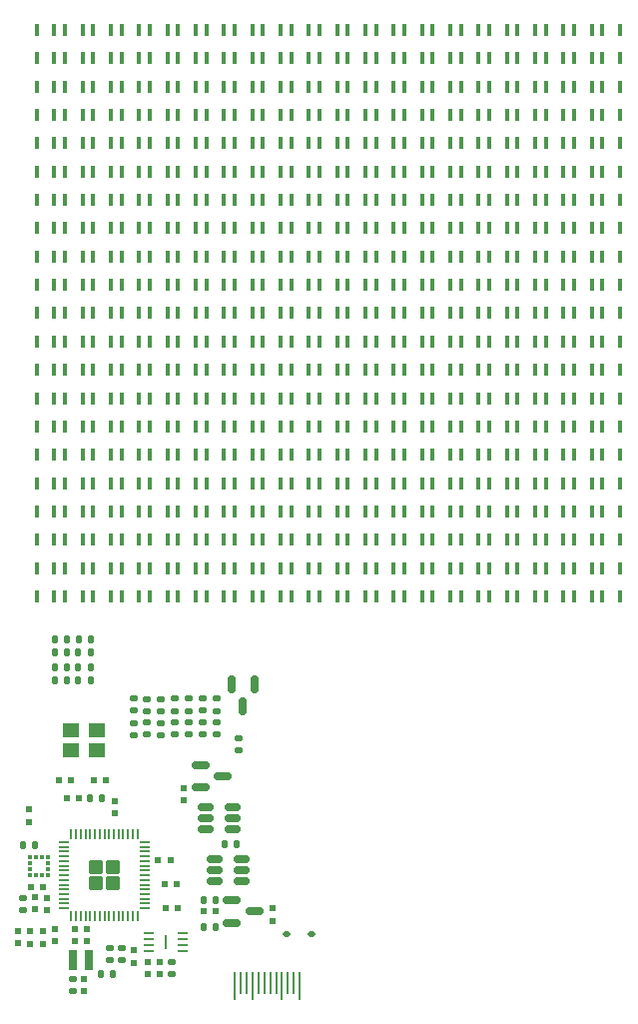
<source format=gbr>
G04 #@! TF.GenerationSoftware,KiCad,Pcbnew,8.0.7*
G04 #@! TF.CreationDate,2025-08-10T23:19:55-04:00*
G04 #@! TF.ProjectId,RP2350_60QFN_minimal,52503233-3530-45f3-9630-51464e5f6d69,REV3*
G04 #@! TF.SameCoordinates,Original*
G04 #@! TF.FileFunction,Paste,Top*
G04 #@! TF.FilePolarity,Positive*
%FSLAX46Y46*%
G04 Gerber Fmt 4.6, Leading zero omitted, Abs format (unit mm)*
G04 Created by KiCad (PCBNEW 8.0.7) date 2025-08-10 23:19:55*
%MOMM*%
%LPD*%
G01*
G04 APERTURE LIST*
G04 Aperture macros list*
%AMRoundRect*
0 Rectangle with rounded corners*
0 $1 Rounding radius*
0 $2 $3 $4 $5 $6 $7 $8 $9 X,Y pos of 4 corners*
0 Add a 4 corners polygon primitive as box body*
4,1,4,$2,$3,$4,$5,$6,$7,$8,$9,$2,$3,0*
0 Add four circle primitives for the rounded corners*
1,1,$1+$1,$2,$3*
1,1,$1+$1,$4,$5*
1,1,$1+$1,$6,$7*
1,1,$1+$1,$8,$9*
0 Add four rect primitives between the rounded corners*
20,1,$1+$1,$2,$3,$4,$5,0*
20,1,$1+$1,$4,$5,$6,$7,0*
20,1,$1+$1,$6,$7,$8,$9,0*
20,1,$1+$1,$8,$9,$2,$3,0*%
%AMFreePoly0*
4,1,18,-0.437500,0.050000,-0.433694,0.069134,-0.422855,0.085355,-0.406634,0.096194,-0.387500,0.100000,0.387500,0.100000,0.437500,0.050000,0.437500,-0.050000,0.433694,-0.069134,0.422855,-0.085355,0.406634,-0.096194,0.387500,-0.100000,-0.387500,-0.100000,-0.406634,-0.096194,-0.422855,-0.085355,-0.433694,-0.069134,-0.437500,-0.050000,-0.437500,0.050000,-0.437500,0.050000,$1*%
%AMFreePoly1*
4,1,18,-0.437500,0.050000,-0.433694,0.069134,-0.422855,0.085355,-0.406634,0.096194,-0.387500,0.100000,0.387500,0.100000,0.406634,0.096194,0.422855,0.085355,0.433694,0.069134,0.437500,0.050000,0.437500,-0.050000,0.387500,-0.100000,-0.387500,-0.100000,-0.406634,-0.096194,-0.422855,-0.085355,-0.433694,-0.069134,-0.437500,-0.050000,-0.437500,0.050000,-0.437500,0.050000,$1*%
%AMFreePoly2*
4,1,18,-0.100000,0.387500,-0.050000,0.437500,0.050000,0.437500,0.069134,0.433694,0.085355,0.422855,0.096194,0.406634,0.100000,0.387500,0.100000,-0.387500,0.096194,-0.406634,0.085355,-0.422855,0.069134,-0.433694,0.050000,-0.437500,-0.050000,-0.437500,-0.069134,-0.433694,-0.085355,-0.422855,-0.096194,-0.406634,-0.100000,-0.387500,-0.100000,0.387500,-0.100000,0.387500,$1*%
%AMFreePoly3*
4,1,18,-0.100000,0.387500,-0.096194,0.406634,-0.085355,0.422855,-0.069134,0.433694,-0.050000,0.437500,0.050000,0.437500,0.100000,0.387500,0.100000,-0.387500,0.096194,-0.406634,0.085355,-0.422855,0.069134,-0.433694,0.050000,-0.437500,-0.050000,-0.437500,-0.069134,-0.433694,-0.085355,-0.422855,-0.096194,-0.406634,-0.100000,-0.387500,-0.100000,0.387500,-0.100000,0.387500,$1*%
%AMFreePoly4*
4,1,18,-0.437500,0.050000,-0.433694,0.069134,-0.422855,0.085355,-0.406634,0.096194,-0.387500,0.100000,0.387500,0.100000,0.406634,0.096194,0.422855,0.085355,0.433694,0.069134,0.437500,0.050000,0.437500,-0.050000,0.433694,-0.069134,0.422855,-0.085355,0.406634,-0.096194,0.387500,-0.100000,-0.387500,-0.100000,-0.437500,-0.050000,-0.437500,0.050000,-0.437500,0.050000,$1*%
%AMFreePoly5*
4,1,18,-0.437500,0.050000,-0.387500,0.100000,0.387500,0.100000,0.406634,0.096194,0.422855,0.085355,0.433694,0.069134,0.437500,0.050000,0.437500,-0.050000,0.433694,-0.069134,0.422855,-0.085355,0.406634,-0.096194,0.387500,-0.100000,-0.387500,-0.100000,-0.406634,-0.096194,-0.422855,-0.085355,-0.433694,-0.069134,-0.437500,-0.050000,-0.437500,0.050000,-0.437500,0.050000,$1*%
%AMFreePoly6*
4,1,18,-0.100000,0.387500,-0.096194,0.406634,-0.085355,0.422855,-0.069134,0.433694,-0.050000,0.437500,0.050000,0.437500,0.069134,0.433694,0.085355,0.422855,0.096194,0.406634,0.100000,0.387500,0.100000,-0.387500,0.050000,-0.437500,-0.050000,-0.437500,-0.069134,-0.433694,-0.085355,-0.422855,-0.096194,-0.406634,-0.100000,-0.387500,-0.100000,0.387500,-0.100000,0.387500,$1*%
%AMFreePoly7*
4,1,18,-0.100000,0.387500,-0.096194,0.406634,-0.085355,0.422855,-0.069134,0.433694,-0.050000,0.437500,0.050000,0.437500,0.069134,0.433694,0.085355,0.422855,0.096194,0.406634,0.100000,0.387500,0.100000,-0.387500,0.096194,-0.406634,0.085355,-0.422855,0.069134,-0.433694,0.050000,-0.437500,-0.050000,-0.437500,-0.100000,-0.387500,-0.100000,0.387500,-0.100000,0.387500,$1*%
G04 Aperture macros list end*
%ADD10R,0.470000X0.530000*%
%ADD11RoundRect,0.062500X0.062500X1.087500X-0.062500X1.087500X-0.062500X-1.087500X0.062500X-1.087500X0*%
%ADD12RoundRect,0.062500X0.062500X0.837500X-0.062500X0.837500X-0.062500X-0.837500X0.062500X-0.837500X0*%
%ADD13RoundRect,0.062500X-0.062500X-0.837500X0.062500X-0.837500X0.062500X0.837500X-0.062500X0.837500X0*%
%ADD14RoundRect,0.062500X-0.062500X-1.087500X0.062500X-1.087500X0.062500X1.087500X-0.062500X1.087500X0*%
%ADD15R,0.530000X0.470000*%
%ADD16RoundRect,0.150000X-0.587500X-0.150000X0.587500X-0.150000X0.587500X0.150000X-0.587500X0.150000X0*%
%ADD17RoundRect,0.040000X0.040000X0.605000X-0.040000X0.605000X-0.040000X-0.605000X0.040000X-0.605000X0*%
%ADD18RoundRect,0.062500X0.387500X0.062500X-0.387500X0.062500X-0.387500X-0.062500X0.387500X-0.062500X0*%
%ADD19RoundRect,0.135000X0.185000X-0.135000X0.185000X0.135000X-0.185000X0.135000X-0.185000X-0.135000X0*%
%ADD20RoundRect,0.100000X-0.100000X-0.400000X0.100000X-0.400000X0.100000X0.400000X-0.100000X0.400000X0*%
%ADD21RoundRect,0.135000X-0.185000X0.135000X-0.185000X-0.135000X0.185000X-0.135000X0.185000X0.135000X0*%
%ADD22R,0.350000X0.375000*%
%ADD23R,0.375000X0.350000*%
%ADD24RoundRect,0.135000X0.135000X0.185000X-0.135000X0.185000X-0.135000X-0.185000X0.135000X-0.185000X0*%
%ADD25RoundRect,0.112500X-0.187500X-0.112500X0.187500X-0.112500X0.187500X0.112500X-0.187500X0.112500X0*%
%ADD26RoundRect,0.150000X0.512500X0.150000X-0.512500X0.150000X-0.512500X-0.150000X0.512500X-0.150000X0*%
%ADD27R,1.400000X1.200000*%
%ADD28R,0.700000X1.700000*%
%ADD29RoundRect,0.150000X-0.150000X0.587500X-0.150000X-0.587500X0.150000X-0.587500X0.150000X0.587500X0*%
%ADD30RoundRect,0.250000X0.350000X0.350000X-0.350000X0.350000X-0.350000X-0.350000X0.350000X-0.350000X0*%
%ADD31FreePoly0,180.000000*%
%ADD32RoundRect,0.050000X0.387500X0.050000X-0.387500X0.050000X-0.387500X-0.050000X0.387500X-0.050000X0*%
%ADD33FreePoly1,180.000000*%
%ADD34FreePoly2,180.000000*%
%ADD35RoundRect,0.050000X0.050000X0.387500X-0.050000X0.387500X-0.050000X-0.387500X0.050000X-0.387500X0*%
%ADD36FreePoly3,180.000000*%
%ADD37FreePoly4,180.000000*%
%ADD38FreePoly5,180.000000*%
%ADD39FreePoly6,180.000000*%
%ADD40FreePoly7,180.000000*%
%ADD41RoundRect,0.135000X-0.135000X-0.185000X0.135000X-0.185000X0.135000X0.185000X-0.135000X0.185000X0*%
G04 APERTURE END LIST*
D10*
X16400000Y-77700000D03*
X17430000Y-77700000D03*
D11*
X19065000Y-84015000D03*
D12*
X19565000Y-83790000D03*
X20065000Y-83790000D03*
D11*
X20565000Y-84015000D03*
D12*
X21065000Y-83790000D03*
X21565000Y-83790000D03*
D13*
X22065000Y-83790000D03*
X22565000Y-83790000D03*
D14*
X23065000Y-84015000D03*
D13*
X23565000Y-83790000D03*
X24065000Y-83790000D03*
D14*
X24565000Y-84015000D03*
D10*
X12555000Y-73375000D03*
X13585000Y-73375000D03*
D15*
X12700000Y-81970000D03*
X12700000Y-83000000D03*
D16*
X18825000Y-76750000D03*
X18825000Y-78650000D03*
X20700000Y-77700000D03*
D17*
X13175000Y-80300000D03*
D18*
X14600000Y-81050000D03*
X14600000Y-80550000D03*
X14600000Y-80050000D03*
X14600000Y-79550000D03*
X11750000Y-79550000D03*
X11750000Y-80050000D03*
X11750000Y-80550000D03*
X11750000Y-81050000D03*
D15*
X10500000Y-81000000D03*
X10500000Y-82030000D03*
X1700000Y-79400000D03*
X1700000Y-80430000D03*
X1600000Y-70100000D03*
X1600000Y-69070000D03*
D19*
X9500000Y-81820000D03*
X9500000Y-80800000D03*
D15*
X6300000Y-84415000D03*
X6300000Y-83385000D03*
D10*
X13200000Y-77400000D03*
X14230000Y-77400000D03*
D19*
X8500000Y-81820000D03*
X8500000Y-80800000D03*
D15*
X2800000Y-79400000D03*
X2800000Y-80430000D03*
X11700000Y-82000000D03*
X11700000Y-83030000D03*
D20*
X16640000Y-46190000D03*
X18140000Y-46190000D03*
D10*
X6515000Y-80175000D03*
X5485000Y-80175000D03*
D20*
X43040000Y-46190000D03*
X44540000Y-46190000D03*
X21440000Y-38990000D03*
X22940000Y-38990000D03*
X7040000Y-36590000D03*
X8540000Y-36590000D03*
X47840000Y-17390000D03*
X49340000Y-17390000D03*
X7040000Y-24590000D03*
X8540000Y-24590000D03*
X28640000Y-41390000D03*
X30140000Y-41390000D03*
X7040000Y-41390000D03*
X8540000Y-41390000D03*
X35840000Y-12590000D03*
X37340000Y-12590000D03*
X26240000Y-31790000D03*
X27740000Y-31790000D03*
X35840000Y-31790000D03*
X37340000Y-31790000D03*
X45440000Y-41390000D03*
X46940000Y-41390000D03*
X4640000Y-22190000D03*
X6140000Y-22190000D03*
X4640000Y-41390000D03*
X6140000Y-41390000D03*
X2240000Y-24590000D03*
X3740000Y-24590000D03*
D15*
X3800000Y-80190000D03*
X3800000Y-79160000D03*
D20*
X35840000Y-7790000D03*
X37340000Y-7790000D03*
X14240000Y-2990000D03*
X15740000Y-2990000D03*
X40640000Y-14990000D03*
X42140000Y-14990000D03*
X26240000Y-50990000D03*
X27740000Y-50990000D03*
X14240000Y-48590000D03*
X15740000Y-48590000D03*
X50240000Y-26990000D03*
X51740000Y-26990000D03*
X28640000Y-26990000D03*
X30140000Y-26990000D03*
X21440000Y-5390000D03*
X22940000Y-5390000D03*
D21*
X13990000Y-61645000D03*
X13990000Y-62665000D03*
D20*
X45440000Y-24590000D03*
X46940000Y-24590000D03*
X14240000Y-19790000D03*
X15740000Y-19790000D03*
X47840000Y-5390000D03*
X49340000Y-5390000D03*
X4640000Y-36590000D03*
X6140000Y-36590000D03*
X2240000Y-34190000D03*
X3740000Y-34190000D03*
X45440000Y-2990000D03*
X46940000Y-2990000D03*
X28640000Y-36590000D03*
X30140000Y-36590000D03*
X40640000Y-24590000D03*
X42140000Y-24590000D03*
D22*
X3206250Y-73125000D03*
X2706250Y-73125000D03*
X2206250Y-73125000D03*
X1706250Y-73125000D03*
D23*
X1693750Y-73637500D03*
X1693750Y-74137500D03*
D22*
X1706250Y-74650000D03*
X2206250Y-74650000D03*
X2706250Y-74650000D03*
X3206250Y-74650000D03*
D23*
X3218750Y-74137500D03*
X3218750Y-73637500D03*
D20*
X40640000Y-22190000D03*
X42140000Y-22190000D03*
X4640000Y-24590000D03*
X6140000Y-24590000D03*
X45440000Y-38990000D03*
X46940000Y-38990000D03*
X45440000Y-46190000D03*
X46940000Y-46190000D03*
X9440000Y-29390000D03*
X10940000Y-29390000D03*
X14240000Y-34190000D03*
X15740000Y-34190000D03*
X7040000Y-19790000D03*
X8540000Y-19790000D03*
X38240000Y-10190000D03*
X39740000Y-10190000D03*
X33440000Y-26990000D03*
X34940000Y-26990000D03*
X31040000Y-31790000D03*
X32540000Y-31790000D03*
D21*
X11615000Y-59695000D03*
X11615000Y-60715000D03*
D20*
X50240000Y-50990000D03*
X51740000Y-50990000D03*
X19040000Y-43790000D03*
X20540000Y-43790000D03*
X23840000Y-24590000D03*
X25340000Y-24590000D03*
X40640000Y-36590000D03*
X42140000Y-36590000D03*
X45440000Y-17390000D03*
X46940000Y-17390000D03*
X38240000Y-12590000D03*
X39740000Y-12590000D03*
X50240000Y-29390000D03*
X51740000Y-29390000D03*
X35840000Y-46190000D03*
X37340000Y-46190000D03*
X40640000Y-10190000D03*
X42140000Y-10190000D03*
X11840000Y-46190000D03*
X13340000Y-46190000D03*
X26240000Y-17390000D03*
X27740000Y-17390000D03*
X28640000Y-2990000D03*
X30140000Y-2990000D03*
X43040000Y-31790000D03*
X44540000Y-31790000D03*
X19040000Y-14990000D03*
X20540000Y-14990000D03*
X47840000Y-41390000D03*
X49340000Y-41390000D03*
X47840000Y-10190000D03*
X49340000Y-10190000D03*
X50240000Y-17390000D03*
X51740000Y-17390000D03*
X47840000Y-2990000D03*
X49340000Y-2990000D03*
X47840000Y-12590000D03*
X49340000Y-12590000D03*
X21440000Y-41390000D03*
X22940000Y-41390000D03*
X45440000Y-14990000D03*
X46940000Y-14990000D03*
X43040000Y-41390000D03*
X44540000Y-41390000D03*
X26240000Y-26990000D03*
X27740000Y-26990000D03*
X50240000Y-19790000D03*
X51740000Y-19790000D03*
X33440000Y-48590000D03*
X34940000Y-48590000D03*
X4640000Y-29390000D03*
X6140000Y-29390000D03*
X19040000Y-26990000D03*
X20540000Y-26990000D03*
X21440000Y-22190000D03*
X22940000Y-22190000D03*
X19040000Y-19790000D03*
X20540000Y-19790000D03*
X16640000Y-5390000D03*
X18140000Y-5390000D03*
X43040000Y-7790000D03*
X44540000Y-7790000D03*
D24*
X4800000Y-54640000D03*
X3780000Y-54640000D03*
D20*
X40640000Y-19790000D03*
X42140000Y-19790000D03*
D21*
X11615000Y-61695000D03*
X11615000Y-62715000D03*
D20*
X4640000Y-17390000D03*
X6140000Y-17390000D03*
X33440000Y-22190000D03*
X34940000Y-22190000D03*
X28640000Y-17390000D03*
X30140000Y-17390000D03*
X33440000Y-14990000D03*
X34940000Y-14990000D03*
X26240000Y-38990000D03*
X27740000Y-38990000D03*
X11840000Y-41390000D03*
X13340000Y-41390000D03*
X38240000Y-7790000D03*
X39740000Y-7790000D03*
X2240000Y-19790000D03*
X3740000Y-19790000D03*
X40640000Y-50990000D03*
X42140000Y-50990000D03*
X9440000Y-34190000D03*
X10940000Y-34190000D03*
X47840000Y-31790000D03*
X49340000Y-31790000D03*
X23840000Y-31790000D03*
X25340000Y-31790000D03*
D21*
X10490000Y-61715000D03*
X10490000Y-62735000D03*
D20*
X11840000Y-19790000D03*
X13340000Y-19790000D03*
X35840000Y-2990000D03*
X37340000Y-2990000D03*
X16640000Y-2990000D03*
X18140000Y-2990000D03*
X21440000Y-29390000D03*
X22940000Y-29390000D03*
X43040000Y-17390000D03*
X44540000Y-17390000D03*
X26240000Y-29390000D03*
X27740000Y-29390000D03*
X2240000Y-12590000D03*
X3740000Y-12590000D03*
X43040000Y-29390000D03*
X44540000Y-29390000D03*
D10*
X1770000Y-75600000D03*
X2800000Y-75600000D03*
D20*
X19040000Y-38990000D03*
X20540000Y-38990000D03*
X50240000Y-14990000D03*
X51740000Y-14990000D03*
X7040000Y-22190000D03*
X8540000Y-22190000D03*
X4640000Y-31790000D03*
X6140000Y-31790000D03*
X38240000Y-36590000D03*
X39740000Y-36590000D03*
X14240000Y-38990000D03*
X15740000Y-38990000D03*
X23840000Y-2990000D03*
X25340000Y-2990000D03*
X45440000Y-31790000D03*
X46940000Y-31790000D03*
X50240000Y-31790000D03*
X51740000Y-31790000D03*
D21*
X10490000Y-59645000D03*
X10490000Y-60665000D03*
D20*
X23840000Y-34190000D03*
X25340000Y-34190000D03*
X33440000Y-50990000D03*
X34940000Y-50990000D03*
X28640000Y-29390000D03*
X30140000Y-29390000D03*
X19040000Y-36590000D03*
X20540000Y-36590000D03*
X21440000Y-14990000D03*
X22940000Y-14990000D03*
X21440000Y-46190000D03*
X22940000Y-46190000D03*
X26240000Y-5390000D03*
X27740000Y-5390000D03*
X2240000Y-38990000D03*
X3740000Y-38990000D03*
X38240000Y-31790000D03*
X39740000Y-31790000D03*
X28640000Y-50990000D03*
X30140000Y-50990000D03*
X16640000Y-7790000D03*
X18140000Y-7790000D03*
X28640000Y-14990000D03*
X30140000Y-14990000D03*
D24*
X4815000Y-55765000D03*
X3795000Y-55765000D03*
D20*
X47840000Y-7790000D03*
X49340000Y-7790000D03*
X47840000Y-34190000D03*
X49340000Y-34190000D03*
X33440000Y-5390000D03*
X34940000Y-5390000D03*
X45440000Y-10190000D03*
X46940000Y-10190000D03*
X23840000Y-41390000D03*
X25340000Y-41390000D03*
X9440000Y-31790000D03*
X10940000Y-31790000D03*
D21*
X12815000Y-59695000D03*
X12815000Y-60715000D03*
D20*
X9440000Y-48590000D03*
X10940000Y-48590000D03*
X33440000Y-41390000D03*
X34940000Y-41390000D03*
D19*
X5300000Y-84410000D03*
X5300000Y-83390000D03*
D25*
X23430000Y-79640000D03*
X25530000Y-79640000D03*
D20*
X47840000Y-29390000D03*
X49340000Y-29390000D03*
D21*
X16340000Y-59665000D03*
X16340000Y-60685000D03*
D20*
X33440000Y-46190000D03*
X34940000Y-46190000D03*
X33440000Y-38990000D03*
X34940000Y-38990000D03*
X31040000Y-19790000D03*
X32540000Y-19790000D03*
X50240000Y-46190000D03*
X51740000Y-46190000D03*
X50240000Y-10190000D03*
X51740000Y-10190000D03*
D26*
X18900000Y-70750000D03*
X18900000Y-69800000D03*
X18900000Y-68850000D03*
X16625000Y-68850000D03*
X16625000Y-69800000D03*
X16625000Y-70750000D03*
D20*
X7040000Y-17390000D03*
X8540000Y-17390000D03*
X43040000Y-2990000D03*
X44540000Y-2990000D03*
X2240000Y-10190000D03*
X3740000Y-10190000D03*
X19040000Y-50990000D03*
X20540000Y-50990000D03*
X16640000Y-17390000D03*
X18140000Y-17390000D03*
D24*
X19200000Y-72000000D03*
X18180000Y-72000000D03*
D20*
X2240000Y-17390000D03*
X3740000Y-17390000D03*
X31040000Y-29390000D03*
X32540000Y-29390000D03*
X35840000Y-10190000D03*
X37340000Y-10190000D03*
X35840000Y-48590000D03*
X37340000Y-48590000D03*
X4640000Y-7790000D03*
X6140000Y-7790000D03*
D27*
X7345000Y-62300000D03*
X5145000Y-62300000D03*
X5145000Y-64000000D03*
X7345000Y-64000000D03*
D20*
X40640000Y-48590000D03*
X42140000Y-48590000D03*
X2240000Y-14990000D03*
X3740000Y-14990000D03*
X28640000Y-34190000D03*
X30140000Y-34190000D03*
X21440000Y-7790000D03*
X22940000Y-7790000D03*
X31040000Y-10190000D03*
X32540000Y-10190000D03*
D24*
X2100000Y-72100000D03*
X1080000Y-72100000D03*
D20*
X43040000Y-14990000D03*
X44540000Y-14990000D03*
X11840000Y-34190000D03*
X13340000Y-34190000D03*
X26240000Y-43790000D03*
X27740000Y-43790000D03*
X45440000Y-12590000D03*
X46940000Y-12590000D03*
X40640000Y-17390000D03*
X42140000Y-17390000D03*
X35840000Y-29390000D03*
X37340000Y-29390000D03*
X45440000Y-26990000D03*
X46940000Y-26990000D03*
X21440000Y-19790000D03*
X22940000Y-19790000D03*
X47840000Y-24590000D03*
X49340000Y-24590000D03*
X38240000Y-43790000D03*
X39740000Y-43790000D03*
D24*
X6810000Y-55765000D03*
X5790000Y-55765000D03*
D20*
X2240000Y-7790000D03*
X3740000Y-7790000D03*
X38240000Y-50990000D03*
X39740000Y-50990000D03*
X16640000Y-41390000D03*
X18140000Y-41390000D03*
X26240000Y-34190000D03*
X27740000Y-34190000D03*
X40640000Y-7790000D03*
X42140000Y-7790000D03*
X35840000Y-17390000D03*
X37340000Y-17390000D03*
X47840000Y-36590000D03*
X49340000Y-36590000D03*
X47840000Y-46190000D03*
X49340000Y-46190000D03*
X47840000Y-50990000D03*
X49340000Y-50990000D03*
X7040000Y-34190000D03*
X8540000Y-34190000D03*
X4640000Y-46190000D03*
X6140000Y-46190000D03*
X26240000Y-10190000D03*
X27740000Y-10190000D03*
X7040000Y-43790000D03*
X8540000Y-43790000D03*
X7040000Y-14990000D03*
X8540000Y-14990000D03*
X45440000Y-43790000D03*
X46940000Y-43790000D03*
X45440000Y-7790000D03*
X46940000Y-7790000D03*
X4640000Y-2990000D03*
X6140000Y-2990000D03*
X16640000Y-26990000D03*
X18140000Y-26990000D03*
X28640000Y-43790000D03*
X30140000Y-43790000D03*
X35840000Y-38990000D03*
X37340000Y-38990000D03*
X40640000Y-12590000D03*
X42140000Y-12590000D03*
X19040000Y-22190000D03*
X20540000Y-22190000D03*
X23840000Y-12590000D03*
X25340000Y-12590000D03*
X26240000Y-48590000D03*
X27740000Y-48590000D03*
X19040000Y-12590000D03*
X20540000Y-12590000D03*
X19040000Y-34190000D03*
X20540000Y-34190000D03*
X31040000Y-7790000D03*
X32540000Y-7790000D03*
X2240000Y-2990000D03*
X3740000Y-2990000D03*
X11840000Y-31790000D03*
X13340000Y-31790000D03*
X38240000Y-5390000D03*
X39740000Y-5390000D03*
X11840000Y-38990000D03*
X13340000Y-38990000D03*
X11840000Y-43790000D03*
X13340000Y-43790000D03*
D28*
X6700000Y-81825000D03*
X5300000Y-81825000D03*
D21*
X13940000Y-59670000D03*
X13940000Y-60690000D03*
D20*
X14240000Y-17390000D03*
X15740000Y-17390000D03*
X23840000Y-43790000D03*
X25340000Y-43790000D03*
X14240000Y-50990000D03*
X15740000Y-50990000D03*
X28640000Y-12590000D03*
X30140000Y-12590000D03*
X31040000Y-50990000D03*
X32540000Y-50990000D03*
X14240000Y-24590000D03*
X15740000Y-24590000D03*
X4640000Y-10190000D03*
X6140000Y-10190000D03*
X4640000Y-48590000D03*
X6140000Y-48590000D03*
D24*
X4835000Y-56965000D03*
X3815000Y-56965000D03*
D20*
X38240000Y-2990000D03*
X39740000Y-2990000D03*
X43040000Y-50990000D03*
X44540000Y-50990000D03*
X50240000Y-2990000D03*
X51740000Y-2990000D03*
X38240000Y-38990000D03*
X39740000Y-38990000D03*
X40640000Y-29390000D03*
X42140000Y-29390000D03*
X21440000Y-34190000D03*
X22940000Y-34190000D03*
X28640000Y-46190000D03*
X30140000Y-46190000D03*
X45440000Y-48590000D03*
X46940000Y-48590000D03*
X50240000Y-36590000D03*
X51740000Y-36590000D03*
X38240000Y-26990000D03*
X39740000Y-26990000D03*
X2240000Y-46190000D03*
X3740000Y-46190000D03*
X23840000Y-38990000D03*
X25340000Y-38990000D03*
D15*
X14700000Y-68300000D03*
X14700000Y-67270000D03*
D24*
X7800000Y-68100000D03*
X6780000Y-68100000D03*
D20*
X11840000Y-5390000D03*
X13340000Y-5390000D03*
X28640000Y-19790000D03*
X30140000Y-19790000D03*
X43040000Y-36590000D03*
X44540000Y-36590000D03*
X50240000Y-12590000D03*
X51740000Y-12590000D03*
X45440000Y-29390000D03*
X46940000Y-29390000D03*
X23840000Y-29390000D03*
X25340000Y-29390000D03*
X14240000Y-31790000D03*
X15740000Y-31790000D03*
X16640000Y-43790000D03*
X18140000Y-43790000D03*
X7040000Y-26990000D03*
X8540000Y-26990000D03*
X31040000Y-17390000D03*
X32540000Y-17390000D03*
X40640000Y-38990000D03*
X42140000Y-38990000D03*
D21*
X15165000Y-61695000D03*
X15165000Y-62715000D03*
D20*
X31040000Y-12590000D03*
X32540000Y-12590000D03*
X28640000Y-5390000D03*
X30140000Y-5390000D03*
X11840000Y-14990000D03*
X13340000Y-14990000D03*
X7040000Y-38990000D03*
X8540000Y-38990000D03*
X33440000Y-24590000D03*
X34940000Y-24590000D03*
X11840000Y-50990000D03*
X13340000Y-50990000D03*
X33440000Y-43790000D03*
X34940000Y-43790000D03*
X47840000Y-48590000D03*
X49340000Y-48590000D03*
X7040000Y-5390000D03*
X8540000Y-5390000D03*
X21440000Y-24590000D03*
X22940000Y-24590000D03*
X31040000Y-46190000D03*
X32540000Y-46190000D03*
X11840000Y-22190000D03*
X13340000Y-22190000D03*
X16640000Y-48590000D03*
X18140000Y-48590000D03*
X14240000Y-5390000D03*
X15740000Y-5390000D03*
X43040000Y-48590000D03*
X44540000Y-48590000D03*
X26240000Y-12590000D03*
X27740000Y-12590000D03*
X23840000Y-22190000D03*
X25340000Y-22190000D03*
X47840000Y-22190000D03*
X49340000Y-22190000D03*
X19040000Y-17390000D03*
X20540000Y-17390000D03*
X21440000Y-2990000D03*
X22940000Y-2990000D03*
X40640000Y-26990000D03*
X42140000Y-26990000D03*
X7040000Y-48590000D03*
X8540000Y-48590000D03*
X38240000Y-29390000D03*
X39740000Y-29390000D03*
X28640000Y-24590000D03*
X30140000Y-24590000D03*
X7040000Y-46190000D03*
X8540000Y-46190000D03*
X19040000Y-7790000D03*
X20540000Y-7790000D03*
X11840000Y-12590000D03*
X13340000Y-12590000D03*
D29*
X20710000Y-58425000D03*
X18810000Y-58425000D03*
X19760000Y-60300000D03*
D20*
X26240000Y-22190000D03*
X27740000Y-22190000D03*
X50240000Y-48590000D03*
X51740000Y-48590000D03*
D21*
X15165000Y-59670000D03*
X15165000Y-60690000D03*
D20*
X43040000Y-38990000D03*
X44540000Y-38990000D03*
X2240000Y-29390000D03*
X3740000Y-29390000D03*
X2240000Y-22190000D03*
X3740000Y-22190000D03*
X16640000Y-10190000D03*
X18140000Y-10190000D03*
X9440000Y-46190000D03*
X10940000Y-46190000D03*
X45440000Y-19790000D03*
X46940000Y-19790000D03*
D10*
X5815000Y-68100000D03*
X4785000Y-68100000D03*
D20*
X40640000Y-34190000D03*
X42140000Y-34190000D03*
X31040000Y-43790000D03*
X32540000Y-43790000D03*
X11840000Y-48590000D03*
X13340000Y-48590000D03*
X31040000Y-24590000D03*
X32540000Y-24590000D03*
X2240000Y-43790000D03*
X3740000Y-43790000D03*
D24*
X6810000Y-56990000D03*
X5790000Y-56990000D03*
D20*
X4640000Y-19790000D03*
X6140000Y-19790000D03*
X31040000Y-34190000D03*
X32540000Y-34190000D03*
X14240000Y-7790000D03*
X15740000Y-7790000D03*
X11840000Y-7790000D03*
X13340000Y-7790000D03*
X35840000Y-19790000D03*
X37340000Y-19790000D03*
X35840000Y-24590000D03*
X37340000Y-24590000D03*
X43040000Y-22190000D03*
X44540000Y-22190000D03*
X14240000Y-10190000D03*
X15740000Y-10190000D03*
X50240000Y-24590000D03*
X51740000Y-24590000D03*
X16640000Y-38990000D03*
X18140000Y-38990000D03*
X23840000Y-17390000D03*
X25340000Y-17390000D03*
D24*
X8710000Y-83000000D03*
X7690000Y-83000000D03*
D20*
X7040000Y-12590000D03*
X8540000Y-12590000D03*
X40640000Y-46190000D03*
X42140000Y-46190000D03*
X11840000Y-26990000D03*
X13340000Y-26990000D03*
X31040000Y-38990000D03*
X32540000Y-38990000D03*
D21*
X1100000Y-76580000D03*
X1100000Y-77600000D03*
D20*
X4640000Y-5390000D03*
X6140000Y-5390000D03*
X21440000Y-10190000D03*
X22940000Y-10190000D03*
X45440000Y-36590000D03*
X46940000Y-36590000D03*
X26240000Y-41390000D03*
X27740000Y-41390000D03*
X47840000Y-19790000D03*
X49340000Y-19790000D03*
X33440000Y-34190000D03*
X34940000Y-34190000D03*
X4640000Y-43790000D03*
X6140000Y-43790000D03*
X11840000Y-24590000D03*
X13340000Y-24590000D03*
X4640000Y-26990000D03*
X6140000Y-26990000D03*
X9440000Y-10190000D03*
X10940000Y-10190000D03*
X2240000Y-31790000D03*
X3740000Y-31790000D03*
X16640000Y-14990000D03*
X18140000Y-14990000D03*
X2240000Y-50990000D03*
X3740000Y-50990000D03*
D16*
X16162500Y-65300000D03*
X16162500Y-67200000D03*
X18037500Y-66250000D03*
D20*
X16640000Y-12590000D03*
X18140000Y-12590000D03*
X47840000Y-38990000D03*
X49340000Y-38990000D03*
X43040000Y-12590000D03*
X44540000Y-12590000D03*
D10*
X7130000Y-66550000D03*
X8160000Y-66550000D03*
D20*
X7040000Y-10190000D03*
X8540000Y-10190000D03*
X21440000Y-43790000D03*
X22940000Y-43790000D03*
X31040000Y-5390000D03*
X32540000Y-5390000D03*
X50240000Y-5390000D03*
X51740000Y-5390000D03*
X31040000Y-2990000D03*
X32540000Y-2990000D03*
X43040000Y-10190000D03*
X44540000Y-10190000D03*
X45440000Y-50990000D03*
X46940000Y-50990000D03*
X28640000Y-38990000D03*
X30140000Y-38990000D03*
X23840000Y-5390000D03*
X25340000Y-5390000D03*
X23840000Y-19790000D03*
X25340000Y-19790000D03*
X47840000Y-43790000D03*
X49340000Y-43790000D03*
X33440000Y-2990000D03*
X34940000Y-2990000D03*
X16640000Y-29390000D03*
X18140000Y-29390000D03*
X23840000Y-14990000D03*
X25340000Y-14990000D03*
X19040000Y-2990000D03*
X20540000Y-2990000D03*
X9440000Y-36590000D03*
X10940000Y-36590000D03*
X19040000Y-5390000D03*
X20540000Y-5390000D03*
X14240000Y-29390000D03*
X15740000Y-29390000D03*
D24*
X4815000Y-58140000D03*
X3795000Y-58140000D03*
D20*
X28640000Y-10190000D03*
X30140000Y-10190000D03*
X26240000Y-14990000D03*
X27740000Y-14990000D03*
X38240000Y-34190000D03*
X39740000Y-34190000D03*
X21440000Y-17390000D03*
X22940000Y-17390000D03*
X33440000Y-7790000D03*
X34940000Y-7790000D03*
X19040000Y-31790000D03*
X20540000Y-31790000D03*
X16640000Y-31790000D03*
X18140000Y-31790000D03*
X7040000Y-7790000D03*
X8540000Y-7790000D03*
D30*
X8700000Y-75325000D03*
X8700000Y-73925000D03*
X7300000Y-75325000D03*
X7300000Y-73925000D03*
D31*
X11437500Y-77425000D03*
D32*
X11437500Y-77025000D03*
X11437500Y-76625000D03*
X11437500Y-76225000D03*
X11437500Y-75825000D03*
X11437500Y-75425000D03*
X11437500Y-75025000D03*
X11437500Y-74625000D03*
X11437500Y-74225000D03*
X11437500Y-73825000D03*
X11437500Y-73425000D03*
X11437500Y-73025000D03*
X11437500Y-72625000D03*
X11437500Y-72225000D03*
D33*
X11437500Y-71825000D03*
D34*
X10800000Y-71187500D03*
D35*
X10400000Y-71187500D03*
X10000000Y-71187500D03*
X9600000Y-71187500D03*
X9200000Y-71187500D03*
X8800000Y-71187500D03*
X8400000Y-71187500D03*
X8000000Y-71187500D03*
X7600000Y-71187500D03*
X7200000Y-71187500D03*
X6800000Y-71187500D03*
X6400000Y-71187500D03*
X6000000Y-71187500D03*
X5600000Y-71187500D03*
D36*
X5200000Y-71187500D03*
D37*
X4562500Y-71825000D03*
D32*
X4562500Y-72225000D03*
X4562500Y-72625000D03*
X4562500Y-73025000D03*
X4562500Y-73425000D03*
X4562500Y-73825000D03*
X4562500Y-74225000D03*
X4562500Y-74625000D03*
X4562500Y-75025000D03*
X4562500Y-75425000D03*
X4562500Y-75825000D03*
X4562500Y-76225000D03*
X4562500Y-76625000D03*
X4562500Y-77025000D03*
D38*
X4562500Y-77425000D03*
D39*
X5200000Y-78062500D03*
D35*
X5600000Y-78062500D03*
X6000000Y-78062500D03*
X6400000Y-78062500D03*
X6800000Y-78062500D03*
X7200000Y-78062500D03*
X7600000Y-78062500D03*
X8000000Y-78062500D03*
X8400000Y-78062500D03*
X8800000Y-78062500D03*
X9200000Y-78062500D03*
X9600000Y-78062500D03*
X10000000Y-78062500D03*
X10400000Y-78062500D03*
D40*
X10800000Y-78062500D03*
D20*
X50240000Y-41390000D03*
X51740000Y-41390000D03*
X14240000Y-14990000D03*
X15740000Y-14990000D03*
X19040000Y-46190000D03*
X20540000Y-46190000D03*
X14240000Y-36590000D03*
X15740000Y-36590000D03*
X40640000Y-5390000D03*
X42140000Y-5390000D03*
X16640000Y-36590000D03*
X18140000Y-36590000D03*
X33440000Y-29390000D03*
X34940000Y-29390000D03*
X21440000Y-48590000D03*
X22940000Y-48590000D03*
X28640000Y-31790000D03*
X30140000Y-31790000D03*
X16640000Y-24590000D03*
X18140000Y-24590000D03*
X7040000Y-2990000D03*
X8540000Y-2990000D03*
X35840000Y-43790000D03*
X37340000Y-43790000D03*
D10*
X13100000Y-75400000D03*
X14130000Y-75400000D03*
D20*
X26240000Y-46190000D03*
X27740000Y-46190000D03*
X31040000Y-22190000D03*
X32540000Y-22190000D03*
X23840000Y-26990000D03*
X25340000Y-26990000D03*
X11840000Y-2990000D03*
X13340000Y-2990000D03*
X14240000Y-12590000D03*
X15740000Y-12590000D03*
X38240000Y-14990000D03*
X39740000Y-14990000D03*
X11840000Y-10190000D03*
X13340000Y-10190000D03*
X7040000Y-31790000D03*
X8540000Y-31790000D03*
X9440000Y-43790000D03*
X10940000Y-43790000D03*
X28640000Y-7790000D03*
X30140000Y-7790000D03*
X4640000Y-34190000D03*
X6140000Y-34190000D03*
X2240000Y-5390000D03*
X3740000Y-5390000D03*
X11840000Y-17390000D03*
X13340000Y-17390000D03*
D21*
X13700000Y-81990000D03*
X13700000Y-83010000D03*
D20*
X50240000Y-38990000D03*
X51740000Y-38990000D03*
X23840000Y-48590000D03*
X25340000Y-48590000D03*
X16640000Y-50990000D03*
X18140000Y-50990000D03*
X21440000Y-50990000D03*
X22940000Y-50990000D03*
X33440000Y-31790000D03*
X34940000Y-31790000D03*
X23840000Y-50990000D03*
X25340000Y-50990000D03*
X38240000Y-22190000D03*
X39740000Y-22190000D03*
X43040000Y-34190000D03*
X44540000Y-34190000D03*
X50240000Y-34190000D03*
X51740000Y-34190000D03*
X14240000Y-43790000D03*
X15740000Y-43790000D03*
X7040000Y-29390000D03*
X8540000Y-29390000D03*
D26*
X19637500Y-75150000D03*
X19637500Y-74200000D03*
X19637500Y-73250000D03*
X17362500Y-73250000D03*
X17362500Y-74200000D03*
X17362500Y-75150000D03*
D20*
X23840000Y-46190000D03*
X25340000Y-46190000D03*
X31040000Y-36590000D03*
X32540000Y-36590000D03*
X21440000Y-31790000D03*
X22940000Y-31790000D03*
X50240000Y-43790000D03*
X51740000Y-43790000D03*
D15*
X8850000Y-69345000D03*
X8850000Y-68315000D03*
D20*
X9440000Y-14990000D03*
X10940000Y-14990000D03*
X45440000Y-22190000D03*
X46940000Y-22190000D03*
X40640000Y-2990000D03*
X42140000Y-2990000D03*
X38240000Y-17390000D03*
X39740000Y-17390000D03*
X35840000Y-34190000D03*
X37340000Y-34190000D03*
X33440000Y-19790000D03*
X34940000Y-19790000D03*
X26240000Y-2990000D03*
X27740000Y-2990000D03*
X38240000Y-19790000D03*
X39740000Y-19790000D03*
D15*
X22270000Y-77440000D03*
X22270000Y-78470000D03*
D20*
X9440000Y-19790000D03*
X10940000Y-19790000D03*
X9440000Y-17390000D03*
X10940000Y-17390000D03*
D21*
X19400000Y-62990000D03*
X19400000Y-64010000D03*
D20*
X26240000Y-7790000D03*
X27740000Y-7790000D03*
X35840000Y-50990000D03*
X37340000Y-50990000D03*
X4640000Y-38990000D03*
X6140000Y-38990000D03*
X21440000Y-26990000D03*
X22940000Y-26990000D03*
X26240000Y-24590000D03*
X27740000Y-24590000D03*
D21*
X17515000Y-59670000D03*
X17515000Y-60690000D03*
D20*
X43040000Y-19790000D03*
X44540000Y-19790000D03*
X2240000Y-26990000D03*
X3740000Y-26990000D03*
X4640000Y-14990000D03*
X6140000Y-14990000D03*
X45440000Y-5390000D03*
X46940000Y-5390000D03*
X31040000Y-48590000D03*
X32540000Y-48590000D03*
X9440000Y-24590000D03*
X10940000Y-24590000D03*
X35840000Y-22190000D03*
X37340000Y-22190000D03*
X26240000Y-19790000D03*
X27740000Y-19790000D03*
D15*
X2100000Y-76500000D03*
X2100000Y-77530000D03*
D20*
X47840000Y-14990000D03*
X49340000Y-14990000D03*
X19040000Y-29390000D03*
X20540000Y-29390000D03*
X43040000Y-43790000D03*
X44540000Y-43790000D03*
X43040000Y-26990000D03*
X44540000Y-26990000D03*
X50240000Y-7790000D03*
X51740000Y-7790000D03*
X9440000Y-38990000D03*
X10940000Y-38990000D03*
D24*
X17400000Y-79000000D03*
X16380000Y-79000000D03*
D20*
X9440000Y-5390000D03*
X10940000Y-5390000D03*
X31040000Y-41390000D03*
X32540000Y-41390000D03*
X9440000Y-7790000D03*
X10940000Y-7790000D03*
X40640000Y-41390000D03*
X42140000Y-41390000D03*
X40640000Y-31790000D03*
X42140000Y-31790000D03*
D10*
X6515000Y-79225000D03*
X5485000Y-79225000D03*
D20*
X14240000Y-41390000D03*
X15740000Y-41390000D03*
X33440000Y-10190000D03*
X34940000Y-10190000D03*
X4640000Y-12590000D03*
X6140000Y-12590000D03*
X43040000Y-5390000D03*
X44540000Y-5390000D03*
X9440000Y-41390000D03*
X10940000Y-41390000D03*
X33440000Y-12590000D03*
X34940000Y-12590000D03*
X7040000Y-50990000D03*
X8540000Y-50990000D03*
X4640000Y-50990000D03*
X6140000Y-50990000D03*
X9440000Y-50990000D03*
X10940000Y-50990000D03*
X19040000Y-41390000D03*
X20540000Y-41390000D03*
D21*
X17515000Y-61690000D03*
X17515000Y-62710000D03*
D20*
X38240000Y-46190000D03*
X39740000Y-46190000D03*
X9440000Y-26990000D03*
X10940000Y-26990000D03*
D24*
X6810000Y-58140000D03*
X5790000Y-58140000D03*
D20*
X47840000Y-26990000D03*
X49340000Y-26990000D03*
X38240000Y-41390000D03*
X39740000Y-41390000D03*
X31040000Y-14990000D03*
X32540000Y-14990000D03*
X35840000Y-14990000D03*
X37340000Y-14990000D03*
X2240000Y-48590000D03*
X3740000Y-48590000D03*
D24*
X6815000Y-54640000D03*
X5795000Y-54640000D03*
D20*
X40640000Y-43790000D03*
X42140000Y-43790000D03*
X21440000Y-12590000D03*
X22940000Y-12590000D03*
D21*
X12815000Y-61715000D03*
X12815000Y-62735000D03*
D20*
X19040000Y-48590000D03*
X20540000Y-48590000D03*
X35840000Y-36590000D03*
X37340000Y-36590000D03*
X9440000Y-12590000D03*
X10940000Y-12590000D03*
X28640000Y-48590000D03*
X30140000Y-48590000D03*
X16640000Y-22190000D03*
X18140000Y-22190000D03*
X33440000Y-17390000D03*
X34940000Y-17390000D03*
D21*
X16315000Y-61690000D03*
X16315000Y-62710000D03*
D15*
X3100000Y-76570000D03*
X3100000Y-77600000D03*
D20*
X38240000Y-24590000D03*
X39740000Y-24590000D03*
X23840000Y-36590000D03*
X25340000Y-36590000D03*
X9440000Y-22190000D03*
X10940000Y-22190000D03*
X14240000Y-46190000D03*
X15740000Y-46190000D03*
X9440000Y-2990000D03*
X10940000Y-2990000D03*
X14240000Y-22190000D03*
X15740000Y-22190000D03*
X33440000Y-36590000D03*
X34940000Y-36590000D03*
X11840000Y-29390000D03*
X13340000Y-29390000D03*
X31040000Y-26990000D03*
X32540000Y-26990000D03*
X50240000Y-22190000D03*
X51740000Y-22190000D03*
X26240000Y-36590000D03*
X27740000Y-36590000D03*
X45440000Y-34190000D03*
X46940000Y-34190000D03*
X16640000Y-19790000D03*
X18140000Y-19790000D03*
X23840000Y-10190000D03*
X25340000Y-10190000D03*
X16640000Y-34190000D03*
X18140000Y-34190000D03*
X43040000Y-24590000D03*
X44540000Y-24590000D03*
X2240000Y-36590000D03*
X3740000Y-36590000D03*
D15*
X700000Y-80415000D03*
X700000Y-79385000D03*
D20*
X11840000Y-36590000D03*
X13340000Y-36590000D03*
X14240000Y-26990000D03*
X15740000Y-26990000D03*
X35840000Y-41390000D03*
X37340000Y-41390000D03*
X35840000Y-5390000D03*
X37340000Y-5390000D03*
X38240000Y-48590000D03*
X39740000Y-48590000D03*
X23840000Y-7790000D03*
X25340000Y-7790000D03*
D41*
X16380000Y-76700000D03*
X17400000Y-76700000D03*
D20*
X19040000Y-24590000D03*
X20540000Y-24590000D03*
X2240000Y-41390000D03*
X3740000Y-41390000D03*
D10*
X5180000Y-66550000D03*
X4150000Y-66550000D03*
D20*
X19040000Y-10190000D03*
X20540000Y-10190000D03*
X28640000Y-22190000D03*
X30140000Y-22190000D03*
X21440000Y-36590000D03*
X22940000Y-36590000D03*
X35840000Y-26990000D03*
X37340000Y-26990000D03*
M02*

</source>
